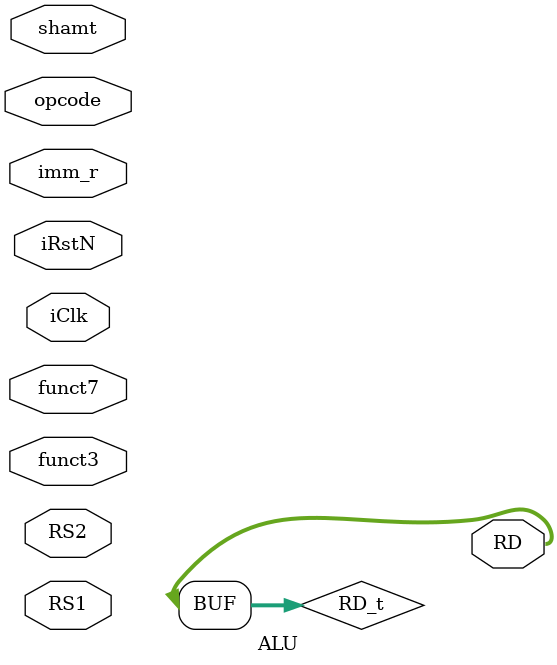
<source format=v>
module ALU #(
    parameter WIDTH = 32 ) (
    input iClk,
    input iRstN, 
    input signed [WIDTH-1:0] RS1,
    input signed [WIDTH-1:0] RS2,
    input [11:0] imm_r,
    //input [7:0] pc,
    input [6:0] opcode,
    input [2:0] funct3,
    input [6:0] funct7,
    input [4:0] shamt,
    output [WIDTH-1:0] RD
    );
    
    reg [WIDTH-1:0] RD_t;
    

    assign RD = RD_t;
endmodule

</source>
